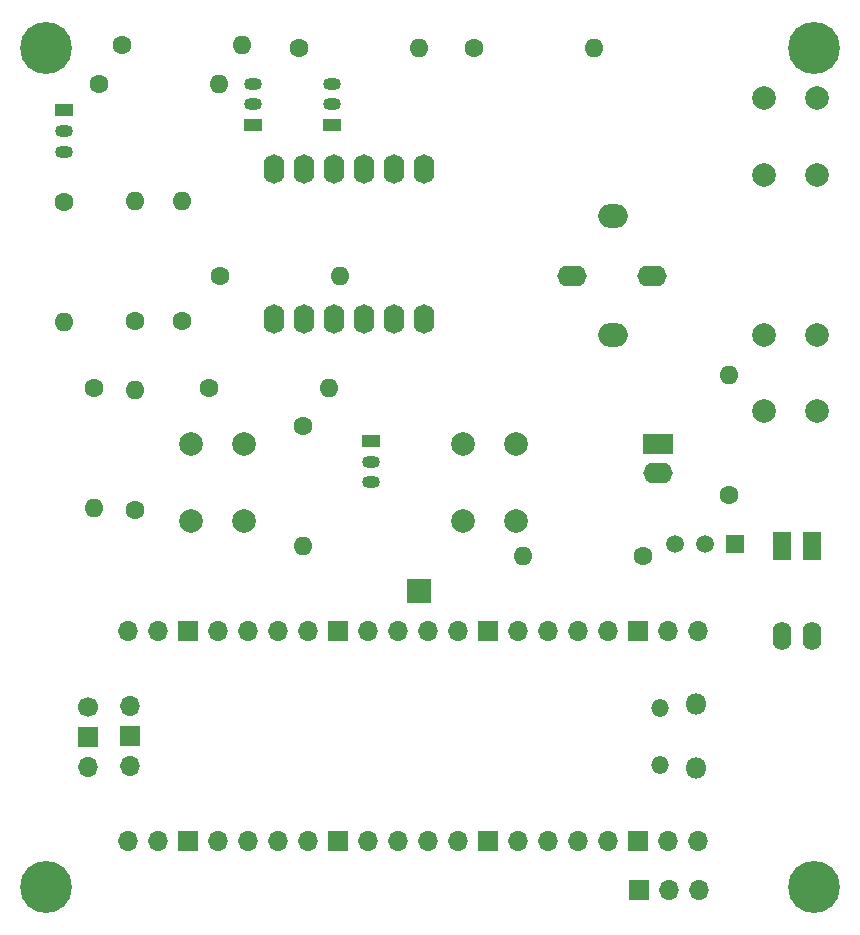
<source format=gts>
%TF.GenerationSoftware,KiCad,Pcbnew,8.0.6*%
%TF.CreationDate,2025-01-14T21:11:08+01:00*%
%TF.ProjectId,kitchen_timer,6b697463-6865-46e5-9f74-696d65722e6b,1*%
%TF.SameCoordinates,Original*%
%TF.FileFunction,Soldermask,Top*%
%TF.FilePolarity,Negative*%
%FSLAX46Y46*%
G04 Gerber Fmt 4.6, Leading zero omitted, Abs format (unit mm)*
G04 Created by KiCad (PCBNEW 8.0.6) date 2025-01-14 21:11:08*
%MOMM*%
%LPD*%
G01*
G04 APERTURE LIST*
%ADD10R,2.000000X2.000000*%
%ADD11C,1.600000*%
%ADD12O,1.600000X1.600000*%
%ADD13C,2.000000*%
%ADD14C,0.700000*%
%ADD15C,4.400000*%
%ADD16O,1.750000X2.500000*%
%ADD17C,1.700000*%
%ADD18R,1.700000X1.700000*%
%ADD19O,1.700000X1.700000*%
%ADD20O,1.800000X1.800000*%
%ADD21O,1.500000X1.500000*%
%ADD22R,1.500000X1.050000*%
%ADD23O,1.500000X1.050000*%
%ADD24O,2.500000X1.750000*%
%ADD25O,2.500000X2.000000*%
%ADD26R,2.500000X1.750000*%
%ADD27C,1.500000*%
%ADD28R,1.500000X1.500000*%
%ADD29O,1.600000X2.400000*%
%ADD30R,1.600000X2.400000*%
G04 APERTURE END LIST*
D10*
%TO.C,TP1*%
X105500000Y-66750000D03*
%TD*%
D11*
%TO.C,R1*%
X78420000Y-23750000D03*
D12*
X88580000Y-23750000D03*
%TD*%
D11*
%TO.C,R5*%
X78000000Y-49500000D03*
D12*
X78000000Y-59660000D03*
%TD*%
D13*
%TO.C,SW1*%
X134750000Y-31500000D03*
X134750000Y-25000000D03*
X139250000Y-31500000D03*
X139250000Y-25000000D03*
%TD*%
D14*
%TO.C,H1*%
X72350000Y-91750000D03*
X72833274Y-90583274D03*
X72833274Y-92916726D03*
X74000000Y-90100000D03*
D15*
X74000000Y-91750000D03*
D14*
X74000000Y-93400000D03*
X75166726Y-90583274D03*
X75166726Y-92916726D03*
X75650000Y-91750000D03*
%TD*%
D11*
%TO.C,R13*%
X124500000Y-63750000D03*
D12*
X114340000Y-63750000D03*
%TD*%
D11*
%TO.C,R6*%
X80420000Y-20500000D03*
D12*
X90580000Y-20500000D03*
%TD*%
D13*
%TO.C,SW3*%
X86250000Y-60750000D03*
X86250000Y-54250000D03*
X90750000Y-60750000D03*
X90750000Y-54250000D03*
%TD*%
D14*
%TO.C,H2*%
X137350000Y-91750000D03*
X137833274Y-90583274D03*
X137833274Y-92916726D03*
X139000000Y-90100000D03*
D15*
X139000000Y-91750000D03*
D14*
X139000000Y-93400000D03*
X140166726Y-90583274D03*
X140166726Y-92916726D03*
X140650000Y-91750000D03*
%TD*%
D16*
%TO.C,U1*%
X93300000Y-43700000D03*
X95840000Y-43700000D03*
X98380000Y-43700000D03*
X100920000Y-43700000D03*
X103460000Y-43700000D03*
X106000000Y-43700000D03*
X106000000Y-31000000D03*
X103460000Y-31000000D03*
X100920000Y-31000000D03*
X98380000Y-31000000D03*
X95840000Y-31000000D03*
X93300000Y-31000000D03*
%TD*%
D17*
%TO.C,J3*%
X77500000Y-76500000D03*
D18*
X77500000Y-79040000D03*
D19*
X77500000Y-81580000D03*
%TD*%
D13*
%TO.C,SW4*%
X109250000Y-60750000D03*
X109250000Y-54250000D03*
X113750000Y-60750000D03*
X113750000Y-54250000D03*
%TD*%
D11*
%TO.C,R11*%
X95420000Y-20750000D03*
D12*
X105580000Y-20750000D03*
%TD*%
D14*
%TO.C,H3*%
X137350000Y-20750000D03*
X137833274Y-19583274D03*
X137833274Y-21916726D03*
X139000000Y-19100000D03*
D15*
X139000000Y-20750000D03*
D14*
X139000000Y-22400000D03*
X140166726Y-19583274D03*
X140166726Y-21916726D03*
X140650000Y-20750000D03*
%TD*%
D11*
%TO.C,R10*%
X110170000Y-20750000D03*
D12*
X120330000Y-20750000D03*
%TD*%
D13*
%TO.C,SW2*%
X134750000Y-51500000D03*
X134750000Y-45000000D03*
X139250000Y-51500000D03*
X139250000Y-45000000D03*
%TD*%
D11*
%TO.C,R4*%
X81500000Y-59830000D03*
D12*
X81500000Y-49670000D03*
%TD*%
D11*
%TO.C,R8*%
X87750000Y-49500000D03*
D12*
X97910000Y-49500000D03*
%TD*%
D11*
%TO.C,R14*%
X131750000Y-58580000D03*
D12*
X131750000Y-48420000D03*
%TD*%
D14*
%TO.C,H4*%
X72350000Y-20750000D03*
X72833274Y-19583274D03*
X72833274Y-21916726D03*
X74000000Y-19100000D03*
D15*
X74000000Y-20750000D03*
D14*
X74000000Y-22400000D03*
X75166726Y-19583274D03*
X75166726Y-21916726D03*
X75650000Y-20750000D03*
%TD*%
D11*
%TO.C,R12*%
X75500000Y-33750000D03*
D12*
X75500000Y-43910000D03*
%TD*%
D11*
%TO.C,R9*%
X95750000Y-52750000D03*
D12*
X95750000Y-62910000D03*
%TD*%
D18*
%TO.C,J2*%
X124170000Y-92000000D03*
D19*
X126710000Y-92000000D03*
X129250000Y-92000000D03*
%TD*%
D20*
%TO.C,U2*%
X129000000Y-81725000D03*
D21*
X125970000Y-81425000D03*
X125970000Y-76575000D03*
D20*
X129000000Y-76275000D03*
D19*
X129130000Y-87890000D03*
X126590000Y-87890000D03*
D18*
X124050000Y-87890000D03*
D19*
X121510000Y-87890000D03*
X118970000Y-87890000D03*
X116430000Y-87890000D03*
X113890000Y-87890000D03*
D18*
X111350000Y-87890000D03*
D19*
X108810000Y-87890000D03*
X106270000Y-87890000D03*
X103730000Y-87890000D03*
X101190000Y-87890000D03*
D18*
X98650000Y-87890000D03*
D19*
X96110000Y-87890000D03*
X93570000Y-87890000D03*
X91030000Y-87890000D03*
X88490000Y-87890000D03*
D18*
X85950000Y-87890000D03*
D19*
X83410000Y-87890000D03*
X80870000Y-87890000D03*
X80870000Y-70110000D03*
X83410000Y-70110000D03*
D18*
X85950000Y-70110000D03*
D19*
X88490000Y-70110000D03*
X91030000Y-70110000D03*
X93570000Y-70110000D03*
X96110000Y-70110000D03*
D18*
X98650000Y-70110000D03*
D19*
X101190000Y-70110000D03*
X103730000Y-70110000D03*
X106270000Y-70110000D03*
X108810000Y-70110000D03*
D18*
X111350000Y-70110000D03*
D19*
X113890000Y-70110000D03*
X116430000Y-70110000D03*
X118970000Y-70110000D03*
X121510000Y-70110000D03*
D18*
X124050000Y-70110000D03*
D19*
X126590000Y-70110000D03*
X129130000Y-70110000D03*
X81100000Y-81540000D03*
D18*
X81100000Y-79000000D03*
D19*
X81100000Y-76460000D03*
%TD*%
D22*
%TO.C,Q3*%
X98140000Y-27270000D03*
D23*
X98140000Y-25500000D03*
X98140000Y-23770000D03*
%TD*%
D11*
%TO.C,R2*%
X81500000Y-43810000D03*
D12*
X81500000Y-33650000D03*
%TD*%
D24*
%TO.C,LS1*%
X118500000Y-40000000D03*
X125250000Y-40000000D03*
D25*
X122000000Y-45000000D03*
X122000000Y-35000000D03*
%TD*%
D22*
%TO.C,Q1*%
X75500000Y-26000000D03*
D23*
X75500000Y-27770000D03*
X75500000Y-29500000D03*
%TD*%
D22*
%TO.C,Q2*%
X91500000Y-27270000D03*
D23*
X91500000Y-25500000D03*
X91500000Y-23770000D03*
%TD*%
D24*
%TO.C,J1*%
X125750000Y-56750000D03*
D26*
X125750000Y-54250000D03*
%TD*%
D11*
%TO.C,R3*%
X85500000Y-43810000D03*
D12*
X85500000Y-33650000D03*
%TD*%
D27*
%TO.C,Q5*%
X127250000Y-62750000D03*
X129790000Y-62750000D03*
D28*
X132330000Y-62750000D03*
%TD*%
D22*
%TO.C,Q4*%
X101500000Y-54000000D03*
D23*
X101500000Y-55770000D03*
X101500000Y-57500000D03*
%TD*%
D29*
%TO.C,SW5*%
X138775000Y-70500000D03*
X136235000Y-70500000D03*
D30*
X136235000Y-62880000D03*
X138775000Y-62880000D03*
%TD*%
D11*
%TO.C,R7*%
X88690000Y-40000000D03*
D12*
X98850000Y-40000000D03*
%TD*%
M02*

</source>
